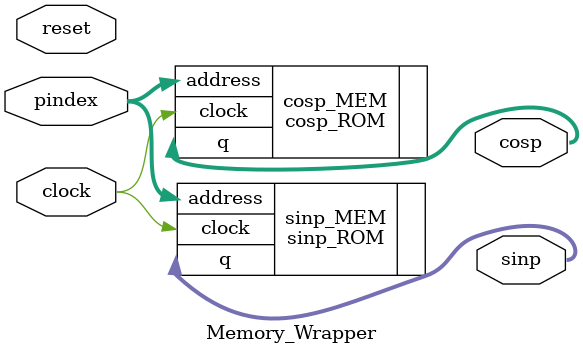
<source format=v>
module Memory_Wrapper (
	//Inputs
	clock,
	reset,
	pindex,
	//Outputs
	sinp,
	cosp
	);

input					clock;
input					reset;
input	[9:0]			pindex;


output	[31:0]			sinp;
output	[31:0]			cosp;

sinp_ROM sinp_MEM (
			.address(pindex),
			.clock(clock),
			.q(sinp)
			);

cosp_ROM cosp_MEM (
			.address(pindex),
			.clock(clock),
			.q(cosp)
			);
			
endmodule

</source>
